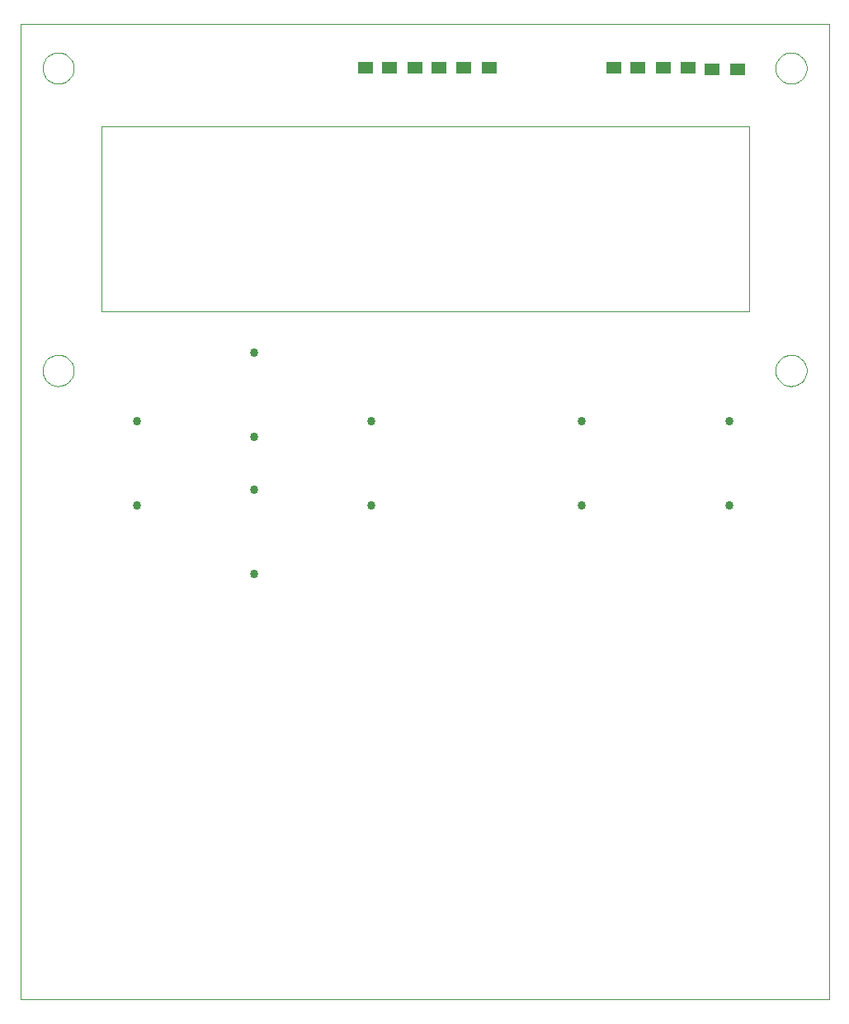
<source format=gtl>
G75*
G70*
%OFA0B0*%
%FSLAX24Y24*%
%IPPOS*%
%LPD*%
%AMOC8*
5,1,8,0,0,1.08239X$1,22.5*
%
%ADD10C,0.0000*%
%ADD11C,0.0340*%
%ADD12R,0.0591X0.0512*%
D10*
X000100Y000100D02*
X000100Y039470D01*
X032777Y039470D01*
X032777Y000100D01*
X000100Y000100D01*
X001005Y025494D02*
X001007Y025544D01*
X001013Y025594D01*
X001023Y025643D01*
X001037Y025691D01*
X001054Y025738D01*
X001075Y025783D01*
X001100Y025827D01*
X001128Y025868D01*
X001160Y025907D01*
X001194Y025944D01*
X001231Y025978D01*
X001271Y026008D01*
X001313Y026035D01*
X001357Y026059D01*
X001403Y026080D01*
X001450Y026096D01*
X001498Y026109D01*
X001548Y026118D01*
X001597Y026123D01*
X001648Y026124D01*
X001698Y026121D01*
X001747Y026114D01*
X001796Y026103D01*
X001844Y026088D01*
X001890Y026070D01*
X001935Y026048D01*
X001978Y026022D01*
X002019Y025993D01*
X002058Y025961D01*
X002094Y025926D01*
X002126Y025888D01*
X002156Y025848D01*
X002183Y025805D01*
X002206Y025761D01*
X002225Y025715D01*
X002241Y025667D01*
X002253Y025618D01*
X002261Y025569D01*
X002265Y025519D01*
X002265Y025469D01*
X002261Y025419D01*
X002253Y025370D01*
X002241Y025321D01*
X002225Y025273D01*
X002206Y025227D01*
X002183Y025183D01*
X002156Y025140D01*
X002126Y025100D01*
X002094Y025062D01*
X002058Y025027D01*
X002019Y024995D01*
X001978Y024966D01*
X001935Y024940D01*
X001890Y024918D01*
X001844Y024900D01*
X001796Y024885D01*
X001747Y024874D01*
X001698Y024867D01*
X001648Y024864D01*
X001597Y024865D01*
X001548Y024870D01*
X001498Y024879D01*
X001450Y024892D01*
X001403Y024908D01*
X001357Y024929D01*
X001313Y024953D01*
X001271Y024980D01*
X001231Y025010D01*
X001194Y025044D01*
X001160Y025081D01*
X001128Y025120D01*
X001100Y025161D01*
X001075Y025205D01*
X001054Y025250D01*
X001037Y025297D01*
X001023Y025345D01*
X001013Y025394D01*
X001007Y025444D01*
X001005Y025494D01*
X003368Y027895D02*
X029549Y027895D01*
X029549Y035336D01*
X003368Y035336D01*
X003368Y027895D01*
X001005Y037698D02*
X001007Y037748D01*
X001013Y037798D01*
X001023Y037847D01*
X001037Y037895D01*
X001054Y037942D01*
X001075Y037987D01*
X001100Y038031D01*
X001128Y038072D01*
X001160Y038111D01*
X001194Y038148D01*
X001231Y038182D01*
X001271Y038212D01*
X001313Y038239D01*
X001357Y038263D01*
X001403Y038284D01*
X001450Y038300D01*
X001498Y038313D01*
X001548Y038322D01*
X001597Y038327D01*
X001648Y038328D01*
X001698Y038325D01*
X001747Y038318D01*
X001796Y038307D01*
X001844Y038292D01*
X001890Y038274D01*
X001935Y038252D01*
X001978Y038226D01*
X002019Y038197D01*
X002058Y038165D01*
X002094Y038130D01*
X002126Y038092D01*
X002156Y038052D01*
X002183Y038009D01*
X002206Y037965D01*
X002225Y037919D01*
X002241Y037871D01*
X002253Y037822D01*
X002261Y037773D01*
X002265Y037723D01*
X002265Y037673D01*
X002261Y037623D01*
X002253Y037574D01*
X002241Y037525D01*
X002225Y037477D01*
X002206Y037431D01*
X002183Y037387D01*
X002156Y037344D01*
X002126Y037304D01*
X002094Y037266D01*
X002058Y037231D01*
X002019Y037199D01*
X001978Y037170D01*
X001935Y037144D01*
X001890Y037122D01*
X001844Y037104D01*
X001796Y037089D01*
X001747Y037078D01*
X001698Y037071D01*
X001648Y037068D01*
X001597Y037069D01*
X001548Y037074D01*
X001498Y037083D01*
X001450Y037096D01*
X001403Y037112D01*
X001357Y037133D01*
X001313Y037157D01*
X001271Y037184D01*
X001231Y037214D01*
X001194Y037248D01*
X001160Y037285D01*
X001128Y037324D01*
X001100Y037365D01*
X001075Y037409D01*
X001054Y037454D01*
X001037Y037501D01*
X001023Y037549D01*
X001013Y037598D01*
X001007Y037648D01*
X001005Y037698D01*
X030612Y037698D02*
X030614Y037748D01*
X030620Y037798D01*
X030630Y037847D01*
X030644Y037895D01*
X030661Y037942D01*
X030682Y037987D01*
X030707Y038031D01*
X030735Y038072D01*
X030767Y038111D01*
X030801Y038148D01*
X030838Y038182D01*
X030878Y038212D01*
X030920Y038239D01*
X030964Y038263D01*
X031010Y038284D01*
X031057Y038300D01*
X031105Y038313D01*
X031155Y038322D01*
X031204Y038327D01*
X031255Y038328D01*
X031305Y038325D01*
X031354Y038318D01*
X031403Y038307D01*
X031451Y038292D01*
X031497Y038274D01*
X031542Y038252D01*
X031585Y038226D01*
X031626Y038197D01*
X031665Y038165D01*
X031701Y038130D01*
X031733Y038092D01*
X031763Y038052D01*
X031790Y038009D01*
X031813Y037965D01*
X031832Y037919D01*
X031848Y037871D01*
X031860Y037822D01*
X031868Y037773D01*
X031872Y037723D01*
X031872Y037673D01*
X031868Y037623D01*
X031860Y037574D01*
X031848Y037525D01*
X031832Y037477D01*
X031813Y037431D01*
X031790Y037387D01*
X031763Y037344D01*
X031733Y037304D01*
X031701Y037266D01*
X031665Y037231D01*
X031626Y037199D01*
X031585Y037170D01*
X031542Y037144D01*
X031497Y037122D01*
X031451Y037104D01*
X031403Y037089D01*
X031354Y037078D01*
X031305Y037071D01*
X031255Y037068D01*
X031204Y037069D01*
X031155Y037074D01*
X031105Y037083D01*
X031057Y037096D01*
X031010Y037112D01*
X030964Y037133D01*
X030920Y037157D01*
X030878Y037184D01*
X030838Y037214D01*
X030801Y037248D01*
X030767Y037285D01*
X030735Y037324D01*
X030707Y037365D01*
X030682Y037409D01*
X030661Y037454D01*
X030644Y037501D01*
X030630Y037549D01*
X030620Y037598D01*
X030614Y037648D01*
X030612Y037698D01*
X030612Y025494D02*
X030614Y025544D01*
X030620Y025594D01*
X030630Y025643D01*
X030644Y025691D01*
X030661Y025738D01*
X030682Y025783D01*
X030707Y025827D01*
X030735Y025868D01*
X030767Y025907D01*
X030801Y025944D01*
X030838Y025978D01*
X030878Y026008D01*
X030920Y026035D01*
X030964Y026059D01*
X031010Y026080D01*
X031057Y026096D01*
X031105Y026109D01*
X031155Y026118D01*
X031204Y026123D01*
X031255Y026124D01*
X031305Y026121D01*
X031354Y026114D01*
X031403Y026103D01*
X031451Y026088D01*
X031497Y026070D01*
X031542Y026048D01*
X031585Y026022D01*
X031626Y025993D01*
X031665Y025961D01*
X031701Y025926D01*
X031733Y025888D01*
X031763Y025848D01*
X031790Y025805D01*
X031813Y025761D01*
X031832Y025715D01*
X031848Y025667D01*
X031860Y025618D01*
X031868Y025569D01*
X031872Y025519D01*
X031872Y025469D01*
X031868Y025419D01*
X031860Y025370D01*
X031848Y025321D01*
X031832Y025273D01*
X031813Y025227D01*
X031790Y025183D01*
X031763Y025140D01*
X031733Y025100D01*
X031701Y025062D01*
X031665Y025027D01*
X031626Y024995D01*
X031585Y024966D01*
X031542Y024940D01*
X031497Y024918D01*
X031451Y024900D01*
X031403Y024885D01*
X031354Y024874D01*
X031305Y024867D01*
X031255Y024864D01*
X031204Y024865D01*
X031155Y024870D01*
X031105Y024879D01*
X031057Y024892D01*
X031010Y024908D01*
X030964Y024929D01*
X030920Y024953D01*
X030878Y024980D01*
X030838Y025010D01*
X030801Y025044D01*
X030767Y025081D01*
X030735Y025120D01*
X030707Y025161D01*
X030682Y025205D01*
X030661Y025250D01*
X030644Y025297D01*
X030630Y025345D01*
X030620Y025394D01*
X030614Y025444D01*
X030612Y025494D01*
D11*
X028761Y023454D03*
X028761Y020054D03*
X022777Y020054D03*
X022777Y023454D03*
X014273Y023454D03*
X014273Y020054D03*
X009549Y020698D03*
X009549Y022809D03*
X009549Y026209D03*
X004824Y023454D03*
X004824Y020054D03*
X009549Y017298D03*
D12*
X014037Y037704D03*
X015021Y037704D03*
X016045Y037704D03*
X017029Y037704D03*
X018013Y037704D03*
X019037Y037704D03*
X024076Y037704D03*
X025061Y037704D03*
X026084Y037704D03*
X027069Y037704D03*
X028053Y037665D03*
X029076Y037665D03*
M02*

</source>
